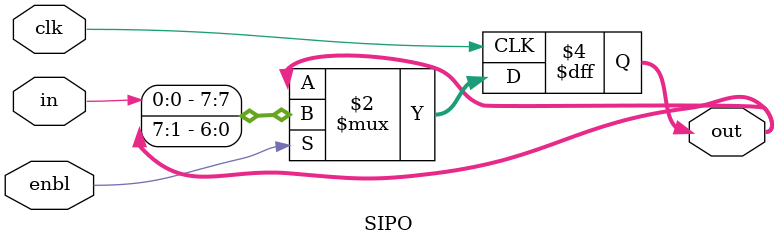
<source format=v>
`timescale 1ns / 1ps


module SIPO(enbl,in,clk,out);
input enbl,clk,in; 
output reg [7:0] out; 
always@(posedge clk) 
 begin 
  if(enbl) 
   begin 
    out<={in,out[7:1]};
   end
  end  
endmodule
</source>
